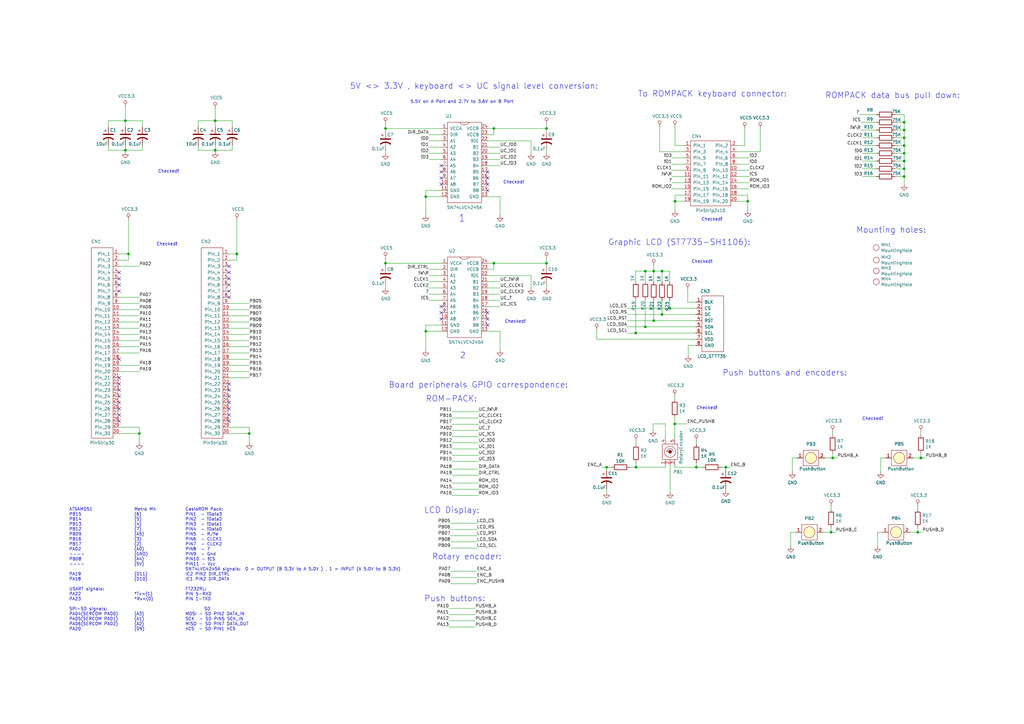
<source format=kicad_sch>
(kicad_sch (version 20211123) (generator eeschema)
  (paper "A3")
  (title_block (title "drive Pack main unit hat board") (date "11 - 2023") (rev "0.1") (company "tolaemon - Jordi Bartolome") (comment 1 "tolaemon.com/dpack/"))
  (junction (at 341.503 187.833))
  (junction (at 370.84 66.04))
  (junction (at 224.155 52.705))
  (junction (at 97.155 104.14))
  (junction (at 260.7564 136.6012))
  (junction (at 274.7264 126.4412))
  (junction (at 51.435 49.53))
  (junction (at 297.688 191.643))
  (junction (at 340.868 218.313))
  (junction (at 57.15 177.8))
  (junction (at 202.565 52.705))
  (junction (at 260.858 191.643))
  (junction (at 370.84 56.515))
  (junction (at 377.698 187.833))
  (junction (at 306.705 82.55))
  (junction (at 376.428 218.313))
  (junction (at 88.265 61.595))
  (junction (at 174.625 135.89))
  (junction (at 202.565 107.95))
  (junction (at 370.84 62.865))
  (junction (at 51.435 61.595))
  (junction (at 276.733 173.863))
  (junction (at 268.1224 131.5212))
  (junction (at 102.235 177.8))
  (junction (at 276.86 82.55))
  (junction (at 158.115 52.705))
  (junction (at 268.1224 111.2012))
  (junction (at 370.84 72.39))
  (junction (at 52.705 104.14))
  (junction (at 248.793 191.643))
  (junction (at 370.84 59.69))
  (junction (at 174.625 80.645))
  (junction (at 370.84 53.34))
  (junction (at 158.115 107.95))
  (junction (at 271.526 128.9812))
  (junction (at 370.84 50.165))
  (junction (at 285.623 191.643))
  (junction (at 264.668 111.2012))
  (junction (at 224.155 107.95))
  (junction (at 264.668 134.0612))
  (junction (at 370.84 69.215))
  (junction (at 271.526 111.2012))
  (junction (at 88.265 49.53))
  (no_connect (at 48.895 172.72))
  (no_connect (at 48.895 154.94))
  (no_connect (at 48.895 157.48))
  (no_connect (at 180.975 125.73))
  (no_connect (at 200.025 133.35))
  (no_connect (at 93.98 116.84))
  (no_connect (at 48.895 119.38))
  (no_connect (at 93.98 119.38))
  (no_connect (at 93.98 109.22))
  (no_connect (at 180.975 128.27))
  (no_connect (at 93.98 170.18))
  (no_connect (at 48.895 162.56))
  (no_connect (at 200.025 130.81))
  (no_connect (at 93.98 114.3))
  (no_connect (at 200.025 128.27))
  (no_connect (at 200.025 70.485))
  (no_connect (at 93.98 121.92))
  (no_connect (at 48.895 114.3))
  (no_connect (at 93.98 160.02))
  (no_connect (at 48.895 170.18))
  (no_connect (at 93.98 165.1))
  (no_connect (at 180.975 67.945))
  (no_connect (at 180.975 130.81))
  (no_connect (at 48.895 116.84))
  (no_connect (at 93.98 167.64))
  (no_connect (at 48.895 147.32))
  (no_connect (at 180.975 70.485))
  (no_connect (at 200.025 75.565))
  (no_connect (at 180.975 73.025))
  (no_connect (at 93.98 172.72))
  (no_connect (at 48.895 160.02))
  (no_connect (at 48.895 167.64))
  (no_connect (at 180.975 75.565))
  (no_connect (at 48.895 165.1))
  (no_connect (at 93.98 157.48))
  (no_connect (at 200.025 73.025))
  (no_connect (at 93.98 162.56))
  (no_connect (at 93.98 111.76))
  (no_connect (at 48.895 111.76))
  (no_connect (at 200.025 78.105))
  (wire (pts (xy 340.868 218.313) (xy 342.773 218.313)))
  (wire (pts (xy 185.42 189.23) (xy 196.215 189.23)))
  (wire (pts (xy 272.923 179.578) (xy 272.923 173.863)))
  (wire (pts (xy 274.828 191.008) (xy 274.828 201.803)))
  (wire (pts (xy 377.698 185.928) (xy 377.698 187.833)))
  (wire (pts (xy 359.41 72.39) (xy 353.695 72.39)))
  (wire (pts (xy 340.868 207.518) (xy 340.868 208.788)))
  (wire (pts (xy 202.565 107.95) (xy 224.155 107.95)))
  (wire (pts (xy 274.7264 123.2408) (xy 274.7264 126.4412)))
  (wire (pts (xy 340.868 216.408) (xy 340.868 218.313)))
  (wire (pts (xy 367.03 53.34) (xy 370.84 53.34)))
  (wire (pts (xy 285.623 191.643) (xy 276.733 191.643)))
  (wire (pts (xy 200.025 67.945) (xy 205.105 67.945)))
  (wire (pts (xy 57.15 139.7) (xy 48.895 139.7)))
  (wire (pts (xy 280.67 80.01) (xy 276.86 80.01)))
  (wire (pts (xy 370.84 56.515) (xy 370.84 53.34)))
  (wire (pts (xy 184.785 214.63) (xy 195.58 214.63)))
  (wire (pts (xy 340.868 218.313) (xy 337.693 218.313)))
  (wire (pts (xy 268.1224 123.1392) (xy 268.1224 131.5212)))
  (wire (pts (xy 180.975 135.89) (xy 174.625 135.89)))
  (wire (pts (xy 224.155 50.8) (xy 224.155 52.705)))
  (wire (pts (xy 205.105 80.645) (xy 205.105 88.265)))
  (wire (pts (xy 200.025 120.65) (xy 205.105 120.65)))
  (wire (pts (xy 264.668 111.2012) (xy 260.7564 111.2012)))
  (wire (pts (xy 93.98 129.54) (xy 102.235 129.54)))
  (wire (pts (xy 307.34 69.85) (xy 302.26 69.85)))
  (wire (pts (xy 180.975 57.785) (xy 175.895 57.785)))
  (wire (pts (xy 217.805 57.785) (xy 217.805 62.865)))
  (wire (pts (xy 200.025 135.89) (xy 205.105 135.89)))
  (wire (pts (xy 185.42 186.69) (xy 196.215 186.69)))
  (wire (pts (xy 285.3436 123.9012) (xy 282.0416 123.9012)))
  (wire (pts (xy 359.41 62.865) (xy 353.695 62.865)))
  (wire (pts (xy 341.503 185.928) (xy 341.503 187.833)))
  (wire (pts (xy 88.265 61.595) (xy 81.28 61.595)))
  (wire (pts (xy 264.668 122.9868) (xy 264.668 134.0612)))
  (wire (pts (xy 202.565 110.49) (xy 202.565 107.95)))
  (wire (pts (xy 376.428 207.518) (xy 376.428 208.788)))
  (wire (pts (xy 180.975 120.65) (xy 175.895 120.65)))
  (wire (pts (xy 184.15 257.175) (xy 194.945 257.175)))
  (wire (pts (xy 57.15 127) (xy 48.895 127)))
  (wire (pts (xy 282.2448 141.6812) (xy 282.2448 145.8468)))
  (wire (pts (xy 180.975 110.49) (xy 175.895 110.49)))
  (wire (pts (xy 97.155 104.14) (xy 97.155 106.68)))
  (wire (pts (xy 295.783 191.643) (xy 297.688 191.643)))
  (wire (pts (xy 275.59 72.39) (xy 280.67 72.39)))
  (wire (pts (xy 271.526 111.2012) (xy 271.526 115.6208)))
  (wire (pts (xy 200.025 123.19) (xy 205.105 123.19)))
  (wire (pts (xy 180.975 65.405) (xy 175.895 65.405)))
  (wire (pts (xy 264.668 111.2012) (xy 264.668 115.3668)))
  (wire (pts (xy 324.993 187.833) (xy 324.993 193.548)))
  (wire (pts (xy 274.7264 126.4412) (xy 285.3436 126.4412)))
  (wire (pts (xy 275.59 64.77) (xy 280.67 64.77)))
  (wire (pts (xy 370.84 66.04) (xy 370.84 62.865)))
  (wire (pts (xy 224.155 61.595) (xy 224.155 62.865)))
  (wire (pts (xy 257.1496 126.4412) (xy 274.7264 126.4412)))
  (wire (pts (xy 48.895 124.46) (xy 57.15 124.46)))
  (wire (pts (xy 367.03 62.865) (xy 370.84 62.865)))
  (wire (pts (xy 276.733 191.643) (xy 276.733 191.008)))
  (wire (pts (xy 97.155 90.17) (xy 97.155 104.14)))
  (wire (pts (xy 224.155 107.95) (xy 224.155 109.22)))
  (wire (pts (xy 264.668 134.0612) (xy 285.3436 134.0612)))
  (wire (pts (xy 305.435 59.69) (xy 302.26 59.69)))
  (wire (pts (xy 297.688 191.643) (xy 299.593 191.643)))
  (wire (pts (xy 260.7564 122.9868) (xy 260.7564 136.6012)))
  (wire (pts (xy 367.03 69.215) (xy 370.84 69.215)))
  (wire (pts (xy 185.42 198.12) (xy 196.215 198.12)))
  (wire (pts (xy 180.975 115.57) (xy 175.895 115.57)))
  (wire (pts (xy 370.84 75.565) (xy 370.84 72.39)))
  (wire (pts (xy 376.428 218.313) (xy 373.253 218.313)))
  (wire (pts (xy 158.115 50.8) (xy 158.115 52.705)))
  (wire (pts (xy 268.1224 111.2012) (xy 268.1224 108.9152)))
  (wire (pts (xy 285.623 180.848) (xy 285.623 182.118)))
  (wire (pts (xy 180.975 62.865) (xy 175.895 62.865)))
  (wire (pts (xy 102.235 127) (xy 93.98 127)))
  (wire (pts (xy 205.105 135.89) (xy 205.105 143.51)))
  (wire (pts (xy 57.15 177.8) (xy 57.15 175.26)))
  (wire (pts (xy 185.42 192.405) (xy 196.215 192.405)))
  (wire (pts (xy 158.115 116.84) (xy 158.115 118.11)))
  (wire (pts (xy 276.733 179.578) (xy 276.733 173.863)))
  (wire (pts (xy 58.42 52.07) (xy 58.42 49.53)))
  (wire (pts (xy 276.733 171.323) (xy 276.733 173.863)))
  (wire (pts (xy 268.1224 131.5212) (xy 285.3436 131.5212)))
  (wire (pts (xy 180.975 80.645) (xy 174.625 80.645)))
  (wire (pts (xy 185.42 200.66) (xy 196.215 200.66)))
  (wire (pts (xy 200.025 110.49) (xy 202.565 110.49)))
  (wire (pts (xy 370.84 50.165) (xy 370.84 46.99)))
  (wire (pts (xy 363.093 187.833) (xy 361.188 187.833)))
  (wire (pts (xy 88.265 59.69) (xy 88.265 61.595)))
  (wire (pts (xy 257.2004 131.5212) (xy 268.1224 131.5212)))
  (wire (pts (xy 200.025 125.73) (xy 205.105 125.73)))
  (wire (pts (xy 376.428 218.313) (xy 378.333 218.313)))
  (wire (pts (xy 93.98 106.68) (xy 97.155 106.68)))
  (wire (pts (xy 280.67 77.47) (xy 275.59 77.47)))
  (wire (pts (xy 95.25 61.595) (xy 88.265 61.595)))
  (wire (pts (xy 51.435 61.595) (xy 44.45 61.595)))
  (wire (pts (xy 359.41 56.515) (xy 353.695 56.515)))
  (wire (pts (xy 44.45 52.07) (xy 44.45 49.53)))
  (wire (pts (xy 81.28 49.53) (xy 88.265 49.53)))
  (wire (pts (xy 359.918 218.313) (xy 359.918 224.028)))
  (wire (pts (xy 58.42 61.595) (xy 51.435 61.595)))
  (wire (pts (xy 260.7564 136.6012) (xy 285.3436 136.6012)))
  (wire (pts (xy 158.115 61.595) (xy 158.115 62.865)))
  (wire (pts (xy 260.858 191.643) (xy 258.318 191.643)))
  (wire (pts (xy 93.98 124.46) (xy 102.235 124.46)))
  (wire (pts (xy 260.858 189.738) (xy 260.858 191.643)))
  (wire (pts (xy 224.155 116.84) (xy 224.155 118.11)))
  (wire (pts (xy 158.115 52.705) (xy 158.115 53.975)))
  (wire (pts (xy 361.823 218.313) (xy 359.918 218.313)))
  (wire (pts (xy 326.898 187.833) (xy 324.993 187.833)))
  (wire (pts (xy 276.86 82.55) (xy 276.86 86.36)))
  (wire (pts (xy 224.155 52.705) (xy 224.155 53.975)))
  (wire (pts (xy 102.235 177.8) (xy 102.235 181.61)))
  (wire (pts (xy 174.625 78.105) (xy 174.625 80.645)))
  (wire (pts (xy 57.15 121.92) (xy 48.895 121.92)))
  (wire (pts (xy 367.03 59.69) (xy 370.84 59.69)))
  (wire (pts (xy 272.923 191.008) (xy 272.923 191.643)))
  (wire (pts (xy 174.625 135.89) (xy 174.625 143.51)))
  (wire (pts (xy 180.975 113.03) (xy 175.895 113.03)))
  (wire (pts (xy 200.025 107.95) (xy 202.565 107.95)))
  (wire (pts (xy 200.025 113.03) (xy 217.805 113.03)))
  (wire (pts (xy 260.858 180.848) (xy 260.858 182.118)))
  (wire (pts (xy 341.503 187.833) (xy 343.408 187.833)))
  (wire (pts (xy 285.3436 141.6812) (xy 282.2448 141.6812)))
  (wire (pts (xy 275.59 69.85) (xy 280.67 69.85)))
  (wire (pts (xy 81.28 52.07) (xy 81.28 49.53)))
  (wire (pts (xy 185.42 203.2) (xy 196.215 203.2)))
  (wire (pts (xy 257.2004 134.0612) (xy 264.668 134.0612)))
  (wire (pts (xy 48.895 109.22) (xy 57.15 109.22)))
  (wire (pts (xy 158.115 107.95) (xy 158.115 109.22)))
  (wire (pts (xy 174.625 80.645) (xy 174.625 88.265)))
  (wire (pts (xy 102.235 139.7) (xy 93.98 139.7)))
  (wire (pts (xy 57.15 175.26) (xy 48.895 175.26)))
  (wire (pts (xy 338.328 187.833) (xy 341.503 187.833)))
  (wire (pts (xy 184.785 224.79) (xy 195.58 224.79)))
  (wire (pts (xy 248.793 201.803) (xy 248.793 200.533)))
  (wire (pts (xy 297.688 200.533) (xy 297.688 201.168)))
  (wire (pts (xy 370.84 59.69) (xy 370.84 56.515)))
  (wire (pts (xy 202.565 52.705) (xy 224.155 52.705)))
  (wire (pts (xy 184.785 219.71) (xy 195.58 219.71)))
  (wire (pts (xy 200.025 80.645) (xy 205.105 80.645)))
  (wire (pts (xy 180.975 52.705) (xy 158.115 52.705)))
  (wire (pts (xy 200.025 57.785) (xy 217.805 57.785)))
  (wire (pts (xy 370.84 46.99) (xy 367.03 46.99)))
  (wire (pts (xy 311.785 62.23) (xy 311.785 52.705)))
  (wire (pts (xy 367.03 66.04) (xy 370.84 66.04)))
  (wire (pts (xy 288.163 191.643) (xy 285.623 191.643)))
  (wire (pts (xy 57.15 142.24) (xy 48.895 142.24)))
  (wire (pts (xy 44.45 61.595) (xy 44.45 59.69)))
  (wire (pts (xy 95.25 52.07) (xy 95.25 49.53)))
  (wire (pts (xy 280.67 82.55) (xy 276.86 82.55)))
  (wire (pts (xy 377.698 187.833) (xy 374.523 187.833)))
  (wire (pts (xy 361.188 187.833) (xy 361.188 193.548)))
  (wire (pts (xy 57.15 144.78) (xy 48.895 144.78)))
  (wire (pts (xy 48.895 104.14) (xy 52.705 104.14)))
  (wire (pts (xy 276.733 173.863) (xy 281.813 173.863)))
  (wire (pts (xy 257.2004 128.9812) (xy 271.526 128.9812)))
  (wire (pts (xy 93.98 154.94) (xy 102.235 154.94)))
  (wire (pts (xy 200.025 65.405) (xy 205.105 65.405)))
  (wire (pts (xy 302.26 62.23) (xy 311.785 62.23)))
  (wire (pts (xy 184.785 239.395) (xy 195.58 239.395)))
  (wire (pts (xy 202.565 55.245) (xy 202.565 52.705)))
  (wire (pts (xy 52.705 90.17) (xy 52.705 104.14)))
  (wire (pts (xy 217.805 113.03) (xy 217.805 118.11)))
  (wire (pts (xy 184.15 249.555) (xy 194.945 249.555)))
  (wire (pts (xy 302.26 80.01) (xy 306.705 80.01)))
  (wire (pts (xy 224.155 106.045) (xy 224.155 107.95)))
  (wire (pts (xy 200.025 60.325) (xy 205.105 60.325)))
  (wire (pts (xy 370.84 69.215) (xy 370.84 66.04)))
  (wire (pts (xy 48.895 106.68) (xy 52.705 106.68)))
  (wire (pts (xy 185.42 184.15) (xy 196.215 184.15)))
  (wire (pts (xy 102.235 142.24) (xy 93.98 142.24)))
  (wire (pts (xy 302.26 77.47) (xy 307.34 77.47)))
  (wire (pts (xy 200.025 55.245) (xy 202.565 55.245)))
  (wire (pts (xy 93.98 152.4) (xy 102.235 152.4)))
  (wire (pts (xy 200.025 115.57) (xy 205.105 115.57)))
  (wire (pts (xy 370.84 72.39) (xy 370.84 69.215)))
  (wire (pts (xy 184.15 254.635) (xy 194.945 254.635)))
  (wire (pts (xy 359.41 69.215) (xy 353.695 69.215)))
  (wire (pts (xy 52.705 106.68) (xy 52.705 104.14)))
  (wire (pts (xy 184.15 252.095) (xy 194.945 252.095)))
  (wire (pts (xy 271.526 123.2408) (xy 271.526 128.9812)))
  (wire (pts (xy 376.428 216.408) (xy 376.428 218.313)))
  (wire (pts (xy 51.435 52.07) (xy 51.435 49.53)))
  (wire (pts (xy 185.42 194.945) (xy 196.215 194.945)))
  (wire (pts (xy 93.98 147.32) (xy 102.235 147.32)))
  (wire (pts (xy 272.923 173.863) (xy 267.843 173.863)))
  (wire (pts (xy 272.923 191.643) (xy 260.858 191.643)))
  (wire (pts (xy 180.975 107.95) (xy 158.115 107.95)))
  (wire (pts (xy 276.86 59.69) (xy 276.86 52.07)))
  (wire (pts (xy 58.42 61.595) (xy 58.42 59.69)))
  (wire (pts (xy 180.975 55.245) (xy 175.895 55.245)))
  (wire (pts (xy 297.688 191.643) (xy 297.688 192.913)))
  (wire (pts (xy 180.975 118.11) (xy 175.895 118.11)))
  (wire (pts (xy 250.698 191.643) (xy 248.793 191.643)))
  (wire (pts (xy 200.025 118.11) (xy 205.105 118.11)))
  (wire (pts (xy 57.15 181.61) (xy 57.15 177.8)))
  (wire (pts (xy 185.42 176.53) (xy 196.215 176.53)))
  (wire (pts (xy 180.975 78.105) (xy 174.625 78.105)))
  (wire (pts (xy 57.15 137.16) (xy 48.895 137.16)))
  (wire (pts (xy 93.98 104.14) (xy 97.155 104.14)))
  (wire (pts (xy 184.785 234.315) (xy 195.58 234.315)))
  (wire (pts (xy 326.263 218.313) (xy 324.358 218.313)))
  (wire (pts (xy 276.86 80.01) (xy 276.86 82.55)))
  (wire (pts (xy 88.265 52.07) (xy 88.265 49.53)))
  (wire (pts (xy 88.265 44.45) (xy 88.265 49.53)))
  (wire (pts (xy 285.623 189.738) (xy 285.623 191.643)))
  (wire (pts (xy 185.42 179.07) (xy 196.215 179.07)))
  (wire (pts (xy 271.526 128.9812) (xy 285.3436 128.9812)))
  (wire (pts (xy 102.235 149.86) (xy 93.98 149.86)))
  (wire (pts (xy 180.975 123.19) (xy 175.895 123.19)))
  (wire (pts (xy 377.698 177.038) (xy 377.698 178.308)))
  (wire (pts (xy 48.895 129.54) (xy 57.15 129.54)))
  (wire (pts (xy 275.59 67.31) (xy 280.67 67.31)))
  (wire (pts (xy 48.895 132.08) (xy 57.15 132.08)))
  (wire (pts (xy 185.42 168.91) (xy 196.215 168.91)))
  (wire (pts (xy 102.235 137.16) (xy 93.98 137.16)))
  (wire (pts (xy 341.503 177.038) (xy 341.503 178.308)))
  (wire (pts (xy 270.51 62.23) (xy 280.67 62.23)))
  (wire (pts (xy 282.0416 123.9012) (xy 282.0416 118.8212)))
  (wire (pts (xy 275.59 74.93) (xy 280.67 74.93)))
  (wire (pts (xy 51.435 43.815) (xy 51.435 49.53)))
  (wire (pts (xy 274.7264 115.6208) (xy 274.7264 111.2012)))
  (wire (pts (xy 264.668 111.2012) (xy 268.1224 111.2012)))
  (wire (pts (xy 95.25 61.595) (xy 95.25 59.69)))
  (wire (pts (xy 244.7544 135.382) (xy 244.7544 139.1412)))
  (wire (pts (xy 274.7264 111.2012) (xy 271.526 111.2012)))
  (wire (pts (xy 180.975 60.325) (xy 175.895 60.325)))
  (wire (pts (xy 270.51 52.07) (xy 270.51 62.23)))
  (wire (pts (xy 359.41 46.99) (xy 352.425 46.99)))
  (wire (pts (xy 180.975 133.35) (xy 174.625 133.35)))
  (wire (pts (xy 184.785 236.855) (xy 195.58 236.855)))
  (wire (pts (xy 200.025 52.705) (xy 202.565 52.705)))
  (wire (pts (xy 359.41 66.04) (xy 353.695 66.04)))
  (wire (pts (xy 57.15 149.86) (xy 48.895 149.86)))
  (wire (pts (xy 359.41 50.165) (xy 353.06 50.165)))
  (wire (pts (xy 370.84 62.865) (xy 370.84 59.69)))
  (wire (pts (xy 200.025 62.865) (xy 205.105 62.865)))
  (wire (pts (xy 267.843 173.863) (xy 267.843 176.403)))
  (wire (pts (xy 257.302 136.6012) (xy 260.7564 136.6012)))
  (wire (pts (xy 260.7564 111.2012) (xy 260.7564 115.3668)))
  (wire (pts (xy 307.34 64.77) (xy 302.26 64.77)))
  (wire (pts (xy 48.895 152.4) (xy 57.15 152.4)))
  (wire (pts (xy 248.793 191.643) (xy 246.888 191.643)))
  (wire (pts (xy 307.34 72.39) (xy 302.26 72.39)))
  (wire (pts (xy 359.41 53.34) (xy 353.06 53.34)))
  (wire (pts (xy 184.785 217.17) (xy 195.58 217.17)))
  (wire (pts (xy 307.34 74.93) (xy 302.26 74.93)))
  (wire (pts (xy 306.705 82.55) (xy 306.705 86.36)))
  (wire (pts (xy 185.42 181.61) (xy 196.215 181.61)))
  (wire (pts (xy 44.45 49.53) (xy 51.435 49.53)))
  (wire (pts (xy 367.03 50.165) (xy 370.84 50.165)))
  (wire (pts (xy 302.26 82.55) (xy 306.705 82.55)))
  (wire (pts (xy 174.625 133.35) (xy 174.625 135.89)))
  (wire (pts (xy 185.42 171.45) (xy 196.215 171.45)))
  (wire (pts (xy 48.895 177.8) (xy 57.15 177.8)))
  (wire (pts (xy 367.03 56.515) (xy 370.84 56.515)))
  (wire (pts (xy 184.785 222.25) (xy 195.58 222.25)))
  (wire (pts (xy 88.265 49.53) (xy 95.25 49.53)))
  (wire (pts (xy 51.435 49.53) (xy 58.42 49.53)))
  (wire (pts (xy 305.435 52.705) (xy 305.435 59.69)))
  (wire (pts (xy 285.3436 139.1412) (xy 244.7544 139.1412)))
  (wire (pts (xy 268.1224 111.2012) (xy 268.1224 115.5192)))
  (wire (pts (xy 306.705 80.01) (xy 306.705 82.55)))
  (wire (pts (xy 57.15 134.62) (xy 48.895 134.62)))
  (wire (pts (xy 102.235 175.26) (xy 102.235 177.8)))
  (wire (pts (xy 102.235 134.62) (xy 93.98 134.62)))
  (wire (pts (xy 370.84 53.34) (xy 370.84 50.165)))
  (wire (pts (xy 324.358 218.313) (xy 324.358 224.028)))
  (wire (pts (xy 377.698 187.833) (xy 379.603 187.833)))
  (wire (pts (xy 81.28 61.595) (xy 81.28 59.69)))
  (wire (pts (xy 276.733 162.433) (xy 276.733 163.703)))
  (wire (pts (xy 367.03 72.39) (xy 370.84 72.39)))
  (wire (pts (xy 280.67 59.69) (xy 276.86 59.69)))
  (wire (pts (xy 359.41 59.69) (xy 353.695 59.69)))
  (wire (pts (xy 185.42 173.99) (xy 196.215 173.99)))
  (wire (pts (xy 248.793 191.643) (xy 248.793 192.913)))
  (wire (pts (xy 158.115 106.045) (xy 158.115 107.95)))
  (wire (pts (xy 88.265 62.23) (xy 88.265 61.595)))
  (wire (pts (xy 93.98 177.8) (xy 102.235 177.8)))
  (wire (pts (xy 268.1224 111.2012) (xy 271.526 111.2012)))
  (wire (pts (xy 102.235 175.26) (xy 93.98 175.26)))
  (wire (pts (xy 102.235 144.78) (xy 93.98 144.78)))
  (wire (pts (xy 51.435 59.69) (xy 51.435 61.595)))
  (wire (pts (xy 93.98 132.08) (xy 102.235 132.08)))
  (wire (pts (xy 307.34 67.31) (xy 302.26 67.31)))
  (wire (pts (xy 51.435 62.23) (xy 51.435 61.595)))
  (text "LCD Display:\n" (at 173.99 210.82 0) (effects (font (size 2.3876 2.3876)) (justify left bottom)))
  (text "1" (at 187.96 91.44 0) (effects (font (size 2.9972 2.9972)) (justify left bottom)))
  (text "Checked!\n" (at 206.375 75.565 0) (effects (font (size 1.27 1.27)) (justify left bottom)))
  (text "Metro M4\n(6)    \n(5)    \n(4)    \n(7)    \n(A5)   \n(3)    \n(2)    \n(A0)   \n(GND)  \n(A4)   \n(5V)   \n\n(D11)   \n(D10)   \n\n\n*Tx>(1)\n*Rx<(0)\n\n\n(A3)\n(A1)\n(A2)\n(D9)" (at 54.991 258.826 0) (effects (font (size 1.27 1.27)) (justify left bottom)))
  (text "Checked!\n" (at 64.135 100.965 0) (effects (font (size 1.27 1.27)) (justify left bottom)))
  (text "ROM-PACK:\n" (at 174.625 165.1 0) (effects (font (size 2.3876 2.3876)) (justify left bottom)))
  (text "Rotary encoder:\n\n" (at 177.165 233.68 0) (effects (font (size 2.3876 2.3876)) (justify left bottom)))
  (text "Push buttons and encoders:\n" (at 296.291 154.432 0) (effects (font (size 2.3876 2.3876)) (justify left bottom)))
  (text "Board peripherals GPIO correspondence:\n" (at 159.385 159.385 0) (effects (font (size 2.3876 2.3876)) (justify left bottom)))
  (text "Mounting holes:" (at 351.155 95.885 0) (effects (font (size 2.3876 2.3876)) (justify left bottom)))
  (text "Checked!\n" (at 353.568 172.593 0) (effects (font (size 1.27 1.27)) (justify left bottom)))
  (text "CasioROM Pack:\nPIN1  - !Data3    \nPIN2  - !Data2\nPIN3  - !Data1\nPIN4  - !Data0\nPIN5  - R/!W\nPIN6  - CLCK1\nPIN7  - CLCK2\nPIN8  - ?\nPIN9  - Gnd\nPIN10 - !CS\nPIN11 - Vcc\nSN74LVC4245A signals:  0 = OUTPUT (B 3.3V to A 5.0V ) , 1 = INPUT (A 5.0V to B 3.3V)\nIC2 PIN2 DIR_CTRL\nIC1 PIN2 DIR_DATA\n\nFT232RL:\nPIN 5-RXD\nPIN 1-TXD\n\n        SD\nMOSI - SD PIN2 DATA_IN\nSCK  - SD PIN5 SCK_IN\nMISO - SD PIN7 DATA_OUT\nnCS  - SD PIN1 nCS\n" (at 75.946 258.826 0) (effects (font (size 1.27 1.27)) (justify left bottom)))
  (text "Checked!\n" (at 207.01 132.715 0) (effects (font (size 1.27 1.27)) (justify left bottom)))
  (text "2" (at 188.595 147.32 0) (effects (font (size 2.3876 2.3876)) (justify left bottom)))
  (text "Checked!\n" (at 285.623 168.148 0) (effects (font (size 1.27 1.27)) (justify left bottom)))
  (text "Graphic LCD (ST7735-SH1106):\n\n" (at 249.428 104.7496 0) (effects (font (size 2.3876 2.3876)) (justify left bottom)))
  (text "ROMPACK data bus pull down:\n" (at 338.455 40.64 0) (effects (font (size 2.3876 2.3876)) (justify left bottom)))
  (text "To ROMPACK keyboard connector:\n" (at 261.62 40.005 0) (effects (font (size 2.3876 2.3876)) (justify left bottom)))
  (text "5V <> 3.3V , keyboard <> UC signal level conversion:\n" (at 143.51 36.83 0) (effects (font (size 2.3876 2.3876)) (justify left bottom)))
  (text "ATSAMD51\nPB15    \nPB14    \nPB13    \nPB12    \nPB09    \nPB16    \nPB17    \nPA02    \n----    \nPB08    \n----    \n\nPA19\nPA18\n\nUSART signals:\nPA22\nPA23\n\nSPI-SD signals:\nPA04(SERCOM PAD0)\nPA05(SERCOM PAD1)\nPA06(SERCOM PAD2)\nPA20" (at 28.321 258.826 0) (effects (font (size 1.27 1.27)) (justify left bottom)))
  (text "Checked!\n" (at 287.655 90.805 0) (effects (font (size 1.27 1.27)) (justify left bottom)))
  (text "Checked!\n" (at 283.6164 108.1532 0) (effects (font (size 1.27 1.27)) (justify left bottom)))
  (text "Push buttons:\n" (at 173.99 247.015 0) (effects (font (size 2.3876 2.3876)) (justify left bottom)))
  (text "5.5V on A Port and 2.7V to 3.6V on B Port" (at 168.275 42.545 0) (effects (font (size 1.27 1.27)) (justify left bottom)))
  (text "Checked!\n" (at 64.77 71.12 0) (effects (font (size 1.27 1.27)) (justify left bottom)))
  (label "PA11" (at 184.15 252.095 180))
  (label "LCD_SDA" (at 257.2004 134.0612 180))
  (label "CLCK1" (at 175.895 115.57 180))
  (label "PA15" (at 185.42 200.66 180))
  (label "CLCK2" (at 175.895 118.11 180))
  (label "!W\\R" (at 353.06 53.34 180))
  (label "CLCK1" (at 353.695 59.69 180))
  (label "PUSHB_B" (at 379.603 187.833 0))
  (label "UC_!W\\R" (at 196.215 168.91 0))
  (label "ENC_A" (at 246.888 191.643 180))
  (label "DIR_CTRL" (at 196.215 194.945 0))
  (label "PB09" (at 102.235 134.62 0))
  (label "PUSHB_D" (at 378.333 218.313 0))
  (label "PB17" (at 102.235 154.94 0))
  (label "!D2" (at 307.34 64.77 0))
  (label "PB16" (at 185.42 171.45 180))
  (label "PA16" (at 185.42 203.2 180))
  (label "!D0" (at 307.34 67.31 0))
  (label "DIR_DATA" (at 175.895 55.245 180))
  (label "ROM_IO1" (at 196.215 198.12 0))
  (label "PA18" (at 57.15 149.86 0))
  (label "PUSHB_B" (at 194.945 252.095 0))
  (label "DIR_DATA" (at 196.215 192.405 0))
  (label "PB08" (at 184.785 222.25 180))
  (label "UC_CLCK1" (at 205.105 118.11 0))
  (label "PB14" (at 102.235 147.32 0))
  (label "PA14" (at 57.15 139.7 0))
  (label "ROM_IO2" (at 275.59 77.47 180))
  (label "PB10" (at 102.235 137.16 0))
  (label "!D0" (at 353.695 62.865 180))
  (label "PB16" (at 102.235 152.4 0))
  (label "LCD_RST" (at 195.58 219.71 0))
  (label "PB15" (at 102.235 149.86 0))
  (label "PB07" (at 184.785 219.71 180))
  (label "LCD_RS" (at 195.58 217.17 0))
  (label "CLCK1" (at 275.59 69.85 180))
  (label "!D1" (at 353.695 66.04 180))
  (label "!CS" (at 307.34 72.39 0))
  (label "PB11" (at 102.235 139.7 0))
  (label "PA18" (at 185.42 192.405 180))
  (label "PA19" (at 185.42 194.945 180))
  (label "!D0" (at 175.895 57.785 180))
  (label "ENC_A" (at 195.58 234.315 0))
  (label "!W\\R" (at 275.59 72.39 180))
  (label "PB05" (at 102.235 124.46 0))
  (label "UC_CLCK2" (at 205.105 120.65 0))
  (label "PB15" (at 185.42 189.23 180))
  (label "PUSHB_D" (at 194.945 257.175 0))
  (label "PA09" (at 57.15 127 0))
  (label "CLCK2" (at 353.695 56.515 180))
  (label "PA11" (at 57.15 132.08 0))
  (label "ENC_PUSHB" (at 281.813 173.863 0))
  (label "PA02" (at 185.42 176.53 180))
  (label "UC_!D2" (at 205.105 65.405 0))
  (label "!CS" (at 353.06 50.165 180))
  (label "PA07" (at 184.785 234.315 180))
  (label "UC_!D2" (at 196.215 186.69 0))
  (label "!CS" (at 175.895 123.19 180))
  (label "LCD_SCL" (at 195.58 224.79 0))
  (label "PA15" (at 57.15 142.24 0))
  (label "ROM_IO3" (at 307.34 77.47 0))
  (label "PB06" (at 102.235 127 0))
  (label "LCD_CS" (at 195.58 214.63 0))
  (label "PB12" (at 185.42 181.61 180))
  (label "UC_!D3" (at 205.105 67.945 0))
  (label "LCD_SDA" (at 195.58 222.25 0))
  (label "ENC_B" (at 195.58 236.855 0))
  (label "PA08" (at 184.785 236.855 180))
  (label "UC_!D3" (at 196.215 189.23 0))
  (label "!D3" (at 353.695 72.39 180))
  (label "!D2" (at 353.695 69.215 180))
  (label "PA14" (at 185.42 198.12 180))
  (label "ENC_B" (at 299.593 191.643 0))
  (label "PUSHB_A" (at 343.408 187.833 0))
  (label "UC_!D0" (at 205.105 60.325 0))
  (label "LCD_RS" (at 257.2004 128.9812 180))
  (label "UC_CLCK1" (at 196.215 171.45 0))
  (label "UC_CLCK2" (at 196.215 173.99 0))
  (label "PB10" (at 185.42 179.07 180))
  (label "PB13" (at 102.235 144.78 0))
  (label "?" (at 175.895 120.65 180))
  (label "UC_?" (at 205.105 123.19 0))
  (label "PB05" (at 184.785 214.63 180))
  (label "PB13" (at 185.42 184.15 180))
  (label "PUSHB_A" (at 194.945 249.555 0))
  (label "PB17" (at 185.42 173.99 180))
  (label "?" (at 352.425 46.99 180))
  (label "UC_!D0" (at 196.215 181.61 0))
  (label "PB06" (at 184.785 217.17 180))
  (label "ROM_IO2" (at 196.215 200.66 0))
  (label "ROM_IO3" (at 196.215 203.2 0))
  (label "PA12" (at 184.15 254.635 180))
  (label "PB12" (at 102.235 142.24 0))
  (label "CLCK2" (at 307.34 69.85 0))
  (label "UC_!D1" (at 196.215 184.15 0))
  (label "PA10" (at 57.15 129.54 0))
  (label "LCD_RST" (at 257.2004 131.5212 180))
  (label "PA10" (at 184.15 249.555 180))
  (label "!D3" (at 175.895 65.405 180))
  (label "?" (at 275.59 74.93 180))
  (label "!W\\R" (at 175.895 113.03 180))
  (label "PA02" (at 57.15 109.22 0))
  (label "PA09" (at 184.785 239.395 180))
  (label "ENC_PUSHB" (at 195.58 239.395 0))
  (label "LCD_SCL" (at 257.302 136.6012 180))
  (label "PB09" (at 184.785 224.79 180))
  (label "!D3" (at 275.59 64.77 180))
  (label "PUSHB_C" (at 194.945 254.635 0))
  (label "!D1" (at 275.59 67.31 180))
  (label "PB07" (at 102.235 129.54 0))
  (label "UC_?" (at 196.215 176.53 0))
  (label "PA12" (at 57.15 134.62 0))
  (label "PB14" (at 185.42 186.69 180))
  (label "!D1" (at 175.895 60.325 180))
  (label "PA07" (at 57.15 121.92 0))
  (label "PA13" (at 57.15 137.16 0))
  (label "PA16" (at 57.15 144.78 0))
  (label "PB08" (at 102.235 132.08 0))
  (label "UC_!CS" (at 196.215 179.07 0))
  (label "PA08" (at 57.15 124.46 0))
  (label "PUSHB_C" (at 342.773 218.313 0))
  (label "PA19" (at 57.15 152.4 0))
  (label "PB11" (at 185.42 168.91 180))
  (label "UC_!D1" (at 205.105 62.865 0))
  (label "PA13" (at 184.15 257.175 180))
  (label "LCD_CS" (at 257.1496 126.4412 180))
  (label "UC_!W\\R" (at 205.105 115.57 0))
  (label "DIR_CTRL" (at 175.895 110.49 180))
  (label "UC_!CS" (at 205.105 125.73 0))
  (label "!D2" (at 175.895 62.865 180))
  (label "ROM_IO1" (at 307.34 74.93 0))
  (symbol (lib_id "Tolaemon:VCC3.3") (at 52.705 90.17 0) (unit 1)
    (property "Reference" "#PWR03" (effects hide))
    (property "Value" "VCC3.3" (at 53.1368 85.7758 0))
  )
  (symbol (lib_id "Tolaemon:VCC5") (at 97.155 90.17 0) (unit 1)
    (property "Reference" "#PWR07" (effects hide))
    (property "Value" "VCC5" (at 97.5868 85.7758 0))
  )
  (symbol (lib_id "Tolaemon:VCC5") (at 88.265 44.45 0) (unit 1)
    (property "Reference" "#PWR05" (effects hide))
    (property "Value" "VCC5" (at 88.6968 40.0558 0))
  )
  (symbol (lib_id "Tolaemon:VCC3.3") (at 51.435 43.815 0) (unit 1)
    (property "Reference" "#PWR01" (effects hide))
    (property "Value" "VCC3.3" (at 51.8668 39.4208 0))
  )
  (symbol (lib_id "Tolaemon:CP") (at 51.435 55.88 0) (unit 1)
    (property "Reference" "C2" (at 52.07 53.34 0) (effects (justify left)))
    (property "Value" "0.1uF" (at 45.72 59.055 0) (effects (justify left)))
    (property "Footprint" "Tolaemon:SMD_C_0805_2012Metric" (effects hide))
  )
  (symbol (lib_id "Tolaemon:CP") (at 44.45 55.88 0) (unit 1)
    (property "Reference" "C1" (at 45.085 53.34 0) (effects (justify left)))
    (property "Value" "10uF" (at 39.37 59.055 0) (effects (justify left)))
    (property "Footprint" "Tolaemon:SMD_C_0.5x0.5cm" (effects hide))
  )
  (symbol (lib_id "Tolaemon:CP") (at 88.265 55.88 0) (unit 1)
    (property "Reference" "C5" (at 88.9 53.34 0) (effects (justify left)))
    (property "Value" "0.1uF" (at 82.55 59.055 0) (effects (justify left)))
    (property "Footprint" "Tolaemon:SMD_C_0805_2012Metric" (effects hide))
  )
  (symbol (lib_id "Tolaemon:CP") (at 81.28 55.88 0) (unit 1)
    (property "Reference" "C4" (at 81.915 53.34 0) (effects (justify left)))
    (property "Value" "10uF" (at 76.2 59.055 0) (effects (justify left)))
    (property "Footprint" "Tolaemon:SMD_C_0.5x0.5cm" (effects hide))
  )
  (symbol (lib_id "Tolaemon:CP") (at 95.25 55.88 0) (unit 1)
    (property "Reference" "C6" (at 95.885 53.34 0) (effects (justify left)))
    (property "Value" "0.1uF" (at 89.535 59.055 0) (effects (justify left)))
    (property "Footprint" "Tolaemon:SMD_C_0805_2012Metric" (effects hide))
  )
  (symbol (lib_id "Tolaemon:SN74LVC4245A") (at 192.405 65.405 0) (unit 1)
    (property "Reference" "U1" (at 184.15 47.625 0))
    (property "Value" "SN74LVC4245A" (at 190.5 85.09 0))
    (property "Footprint" "Tolaemon:SSOP-24_5.3x8.2mm_P0.65mm" (effects hide))
  )
  (symbol (lib_id "Tolaemon:SN74LVC4245A") (at 192.405 120.65 0) (unit 1)
    (property "Reference" "U2" (at 185.42 102.87 0))
    (property "Value" "SN74LVC4245A" (at 191.135 140.335 0))
    (property "Footprint" "Tolaemon:SSOP-24_5.3x8.2mm_P0.65mm" (effects hide))
  )
  (symbol (lib_id "Tolaemon:VCC5") (at 158.115 50.8 0) (unit 1)
    (property "Reference" "#PWR09" (effects hide))
    (property "Value" "VCC5" (at 158.5468 46.4058 0))
  )
  (symbol (lib_id "Tolaemon:VCC3.3") (at 224.155 50.8 0) (unit 1)
    (property "Reference" "#PWR019" (effects hide))
    (property "Value" "VCC3.3" (at 224.5868 46.4058 0))
  )
  (symbol (lib_id "Tolaemon:CP") (at 158.115 57.785 0) (unit 1)
    (property "Reference" "C7" (at 158.75 55.245 0) (effects (justify left)))
    (property "Value" "0.1uF" (at 152.4 60.96 0) (effects (justify left)))
    (property "Footprint" "Tolaemon:SMD_C_0805_2012Metric" (effects hide))
  )
  (symbol (lib_id "Tolaemon:PinStrip30") (at 42.545 120.65 0) (mirror y) (unit 1)
    (property "Reference" "CN1" (at 39.37 99.06 0))
    (property "Value" "PinStrip30" (at 41.91 181.61 0))
    (property "Footprint" "Tolaemon:PinHeader_1x30_P2.54mm_Vertical" (effects hide))
  )
  (symbol (lib_id "Tolaemon:PinStrip30") (at 87.63 120.65 0) (mirror y) (unit 1)
    (property "Reference" "CN2" (at 84.455 99.06 0))
    (property "Value" "PinStrip30" (at 88.265 181.61 0))
    (property "Footprint" "Tolaemon:PinHeader_1x30_P2.54mm_Vertical" (effects hide))
  )
  (symbol (lib_id "Tolaemon:CP") (at 224.155 57.785 0) (unit 1)
    (property "Reference" "C9" (at 224.79 55.245 0) (effects (justify left)))
    (property "Value" "0.1uF" (at 218.44 60.96 0) (effects (justify left)))
    (property "Footprint" "Tolaemon:SMD_C_0805_2012Metric" (effects hide))
  )
  (symbol (lib_id "Tolaemon:R") (at 363.22 50.165 90) (unit 1)
    (property "Reference" "R9" (at 358.14 48.895 90) (effects (justify left)))
    (property "Value" "75K" (at 369.697 49.149 90) (effects (justify left)))
    (property "Footprint" "Tolaemon:SMD_R_0805_2012Metric" (effects hide))
  )
  (symbol (lib_id "Tolaemon:VCC3.3") (at 224.155 106.045 0) (unit 1)
    (property "Reference" "#PWR021" (effects hide))
    (property "Value" "VCC3.3" (at 224.5868 101.6508 0))
  )
  (symbol (lib_id "Tolaemon:CP") (at 224.155 113.03 0) (unit 1)
    (property "Reference" "C10" (at 224.79 110.49 0) (effects (justify left)))
    (property "Value" "0.1uF" (at 218.44 116.205 0) (effects (justify left)))
    (property "Footprint" "Tolaemon:SMD_C_0805_2012Metric" (effects hide))
  )
  (symbol (lib_id "Tolaemon:GND") (at 306.705 86.36 0) (unit 1)
    (property "Reference" "#PWR0102" (effects hide))
    (property "Value" "GND" (at 306.705 90.7542 0))
  )
  (symbol (lib_id "Tolaemon:R") (at 363.22 53.34 90) (unit 1)
    (property "Reference" "R10" (at 358.14 52.07 90) (effects (justify left)))
    (property "Value" "75K" (at 369.697 52.324 90) (effects (justify left)))
    (property "Footprint" "Tolaemon:SMD_R_0805_2012Metric" (effects hide))
  )
  (symbol (lib_id "Tolaemon:GND") (at 276.86 86.36 0) (unit 1)
    (property "Reference" "#PWR0103" (effects hide))
    (property "Value" "GND" (at 276.86 90.7542 0))
  )
  (symbol (lib_id "Tolaemon:VCC5") (at 158.115 106.045 0) (unit 1)
    (property "Reference" "#PWR011" (effects hide))
    (property "Value" "VCC5" (at 158.5468 101.6508 0))
  )
  (symbol (lib_id "Tolaemon:CP") (at 158.115 113.03 0) (unit 1)
    (property "Reference" "C8" (at 158.75 110.49 0) (effects (justify left)))
    (property "Value" "0.1uF" (at 152.4 116.205 0) (effects (justify left)))
    (property "Footprint" "Tolaemon:SMD_C_0805_2012Metric" (effects hide))
  )
  (symbol (lib_id "Tolaemon:R") (at 363.22 56.515 90) (unit 1)
    (property "Reference" "R11" (at 358.14 55.245 90) (effects (justify left)))
    (property "Value" "75K" (at 369.697 55.245 90) (effects (justify left)))
    (property "Footprint" "Tolaemon:SMD_R_0805_2012Metric" (effects hide))
  )
  (symbol (lib_id "Tolaemon:R") (at 363.22 59.69 90) (unit 1)
    (property "Reference" "R12" (at 358.14 58.42 90) (effects (justify left)))
    (property "Value" "75K" (at 369.697 58.293 90) (effects (justify left)))
    (property "Footprint" "Tolaemon:SMD_R_0805_2012Metric" (effects hide))
  )
  (symbol (lib_id "Tolaemon:GND") (at 282.2448 145.8468 0) (unit 1)
    (property "Reference" "#PWR0104" (effects hide))
    (property "Value" "GND" (at 282.2448 150.241 0))
  )
  (symbol (lib_id "Tolaemon:R") (at 363.22 62.865 90) (unit 1)
    (property "Reference" "R13" (at 358.14 61.595 90) (effects (justify left)))
    (property "Value" "75K" (at 369.824 61.595 90) (effects (justify left)))
    (property "Footprint" "Tolaemon:SMD_R_0805_2012Metric" (effects hide))
  )
  (symbol (lib_id "Tolaemon:R") (at 363.22 66.04 90) (unit 1)
    (property "Reference" "R14" (at 358.14 64.77 90) (effects (justify left)))
    (property "Value" "75K" (at 369.951 64.77 90) (effects (justify left)))
    (property "Footprint" "Tolaemon:SMD_R_0805_2012Metric" (effects hide))
  )
  (symbol (lib_id "Tolaemon:R") (at 363.22 69.215 90) (unit 1)
    (property "Reference" "R15" (at 358.14 67.945 90) (effects (justify left)))
    (property "Value" "75K" (at 369.824 67.945 90) (effects (justify left)))
    (property "Footprint" "Tolaemon:SMD_R_0805_2012Metric" (effects hide))
  )
  (symbol (lib_id "Tolaemon:R") (at 363.22 72.39 90) (unit 1)
    (property "Reference" "R16" (at 358.14 71.12 90) (effects (justify left)))
    (property "Value" "75K" (at 369.697 71.12 90) (effects (justify left)))
    (property "Footprint" "Tolaemon:SMD_R_0805_2012Metric" (effects hide))
  )
  (symbol (lib_id "Tolaemon:GND") (at 205.105 143.51 0) (unit 1)
    (property "Reference" "#PWR0105" (effects hide))
    (property "Value" "GND" (at 205.105 147.9042 0))
  )
  (symbol (lib_id "Tolaemon:GND") (at 174.625 143.51 0) (unit 1)
    (property "Reference" "#PWR0106" (effects hide))
    (property "Value" "GND" (at 174.625 147.9042 0))
  )
  (symbol (lib_id "Tolaemon:GND") (at 174.625 88.265 0) (unit 1)
    (property "Reference" "#PWR0107" (effects hide))
    (property "Value" "GND" (at 174.625 92.6592 0))
  )
  (symbol (lib_id "Tolaemon:GND") (at 205.105 88.265 0) (unit 1)
    (property "Reference" "#PWR0108" (effects hide))
    (property "Value" "GND" (at 205.105 92.6592 0))
  )
  (symbol (lib_id "Tolaemon:GND") (at 217.805 62.865 0) (unit 1)
    (property "Reference" "#PWR0109" (effects hide))
    (property "Value" "GND" (at 217.805 67.2592 0))
  )
  (symbol (lib_id "Tolaemon:GND") (at 224.155 62.865 0) (unit 1)
    (property "Reference" "#PWR0110" (effects hide))
    (property "Value" "GND" (at 224.155 67.2592 0))
  )
  (symbol (lib_id "Tolaemon:GND") (at 158.115 62.865 0) (unit 1)
    (property "Reference" "#PWR0111" (effects hide))
    (property "Value" "GND" (at 158.115 67.2592 0))
  )
  (symbol (lib_id "Tolaemon:CP") (at 58.42 55.88 0) (unit 1)
    (property "Reference" "C3" (at 59.055 53.34 0) (effects (justify left)))
    (property "Value" "0.1uF" (at 52.705 59.055 0) (effects (justify left)))
    (property "Footprint" "Tolaemon:SMD_C_0805_2012Metric" (effects hide))
  )
  (symbol (lib_id "Tolaemon:GND") (at 88.265 62.23 0) (unit 1)
    (property "Reference" "#PWR0112" (effects hide))
    (property "Value" "GND" (at 88.265 66.6242 0))
  )
  (symbol (lib_id "Tolaemon:GND") (at 51.435 62.23 0) (unit 1)
    (property "Reference" "#PWR0113" (effects hide))
    (property "Value" "GND" (at 51.435 66.6242 0))
  )
  (symbol (lib_id "Tolaemon:R") (at 363.22 46.99 90) (unit 1)
    (property "Reference" "R8" (at 358.14 45.085 90) (effects (justify left)))
    (property "Value" "75K" (at 369.57 45.72 90) (effects (justify left)))
    (property "Footprint" "Tolaemon:SMD_R_0805_2012Metric" (effects hide))
  )
  (symbol (lib_id "Tolaemon:GND") (at 57.15 181.61 0) (unit 1)
    (property "Reference" "#PWR0114" (effects hide))
    (property "Value" "GND" (at 57.15 186.0042 0))
  )
  (symbol (lib_id "Tolaemon:GND") (at 102.235 181.61 0) (unit 1)
    (property "Reference" "#PWR0115" (effects hide))
    (property "Value" "GND" (at 102.235 186.0042 0))
  )
  (symbol (lib_id "Tolaemon:GND") (at 248.793 201.803 0) (unit 1)
    (property "Reference" "#PWR0116" (effects hide))
    (property "Value" "GND" (at 248.793 206.1972 0))
  )
  (symbol (lib_id "Tolaemon:GND") (at 274.828 201.803 0) (unit 1)
    (property "Reference" "#PWR0117" (effects hide))
    (property "Value" "GND" (at 274.828 206.1972 0))
  )
  (symbol (lib_id "Tolaemon:GND") (at 297.688 201.168 0) (unit 1)
    (property "Reference" "#PWR0118" (effects hide))
    (property "Value" "GND" (at 297.688 205.5622 0))
  )
  (symbol (lib_id "Tolaemon:GND") (at 324.993 193.548 0) (unit 1)
    (property "Reference" "#PWR0119" (effects hide))
    (property "Value" "GND" (at 324.993 197.9422 0))
  )
  (symbol (lib_id "Tolaemon:GND") (at 324.358 224.028 0) (unit 1)
    (property "Reference" "#PWR0120" (effects hide))
    (property "Value" "GND" (at 324.358 228.4222 0))
  )
  (symbol (lib_id "Tolaemon:VCC3.3") (at 270.51 52.07 0) (unit 1)
    (property "Reference" "#PWR028" (effects hide))
    (property "Value" "VCC3.3" (at 270.9418 47.6758 0))
  )
  (symbol (lib_id "Tolaemon:VCC5") (at 305.435 52.705 0) (unit 1)
    (property "Reference" "#PWR035" (effects hide))
    (property "Value" "VCC5" (at 305.8668 48.3108 0))
  )
  (symbol (lib_id "Tolaemon:GND") (at 361.188 193.548 0) (unit 1)
    (property "Reference" "#PWR0121" (effects hide))
    (property "Value" "GND" (at 361.188 197.9422 0))
  )
  (symbol (lib_id "Tolaemon:GND") (at 359.918 224.028 0) (unit 1)
    (property "Reference" "#PWR0122" (effects hide))
    (property "Value" "GND" (at 359.918 228.4222 0))
  )
  (symbol (lib_id "Tolaemon:GND") (at 370.84 75.565 0) (unit 1)
    (property "Reference" "#PWR0123" (effects hide))
    (property "Value" "GND" (at 370.84 79.9592 0))
  )
  (symbol (lib_id "Tolaemon:GND") (at 267.843 176.403 0) (unit 1)
    (property "Reference" "#PWR0124" (effects hide))
    (property "Value" "GND" (at 267.843 180.7972 0))
  )
  (symbol (lib_id "Tolaemon:PinStrip2x10") (at 291.465 67.945 0) (unit 1)
    (property "Reference" "CN4" (at 285.75 55.88 0))
    (property "Value" "PinStrip2x10" (at 291.465 86.36 0))
    (property "Footprint" "Tolaemon:PinHeader_2x10_P2.54mm_Vertical" (effects hide))
  )
  (symbol (lib_id "Tolaemon:VCC5") (at 276.86 52.07 0) (unit 1)
    (property "Reference" "#PWR030" (effects hide))
    (property "Value" "VCC5" (at 277.2918 47.6758 0))
  )
  (symbol (lib_id "Tolaemon:VCC3.3") (at 311.785 52.705 0) (unit 1)
    (property "Reference" "#PWR037" (effects hide))
    (property "Value" "VCC3.3" (at 312.2168 48.3108 0))
  )
  (symbol (lib_id "Tolaemon:VCC3.3") (at 276.733 162.433 0) (unit 1)
    (property "Reference" "#PWR032" (effects hide))
    (property "Value" "VCC3.3" (at 277.1648 158.0388 0))
  )
  (symbol (lib_id "Tolaemon:R") (at 276.733 167.513 0) (unit 1)
    (property "Reference" "R3" (at 278.511 166.3446 0) (effects (justify left)))
    (property "Value" "1K" (at 278.511 168.656 0) (effects (justify left)))
    (property "Footprint" "Tolaemon:SMD_R_0805_2012Metric" (effects hide))
  )
  (symbol (lib_id "Tolaemon:GND") (at 217.805 118.11 0) (unit 1)
    (property "Reference" "#PWR0125" (effects hide))
    (property "Value" "GND" (at 217.932 122.5042 0))
  )
  (symbol (lib_id "Tolaemon:LCD_ST7735") (at 289.1536 136.6012 0) (unit 1)
    (property "Reference" "CN3" (at 287.2486 119.4562 0) (effects (justify left)))
    (property "Value" "LCD_ST7735" (at 285.9786 146.1262 0) (effects (justify left)))
    (property "Footprint" "Tolaemon:LCD_ST7735" (effects hide))
  )
  (symbol (lib_id "Tolaemon:MountingHole") (at 359.41 101.6 0) (unit 1)
    (property "Reference" "MH1" (at 361.315 100.4316 0) (effects (justify left)))
    (property "Value" "MountingHole" (at 361.315 102.743 0) (effects (justify left)))
    (property "Footprint" "Tolaemon:MountingHole" (effects hide))
  )
  (symbol (lib_id "Tolaemon:MountingHole") (at 359.41 106.68 0) (unit 1)
    (property "Reference" "MH2" (at 361.315 105.5116 0) (effects (justify left)))
    (property "Value" "MountingHole" (at 361.315 107.823 0) (effects (justify left)))
    (property "Footprint" "Tolaemon:MountingHole" (effects hide))
  )
  (symbol (lib_id "Tolaemon:MountingHole") (at 359.41 111.125 0) (unit 1)
    (property "Reference" "MH3" (at 361.315 109.9566 0) (effects (justify left)))
    (property "Value" "MountingHole" (at 361.315 112.268 0) (effects (justify left)))
    (property "Footprint" "Tolaemon:MountingHole" (effects hide))
  )
  (symbol (lib_id "Tolaemon:MountingHole") (at 359.41 115.57 0) (unit 1)
    (property "Reference" "MH4" (at 361.315 114.4016 0) (effects (justify left)))
    (property "Value" "MountingHole" (at 361.315 116.713 0) (effects (justify left)))
    (property "Footprint" "Tolaemon:MountingHole" (effects hide))
  )
  (symbol (lib_id "Tolaemon:RotaryEncoder") (at 274.828 185.293 0) (unit 1)
    (property "Reference" "PB1" (at 276.098 193.548 0) (effects (justify left)))
    (property "Value" "RotaryEncoder" (at 279.273 190.373 90) (effects (justify left)))
    (property "Footprint" "Tolaemon:EncoderPushButton" (effects hide))
  )
  (symbol (lib_id "Tolaemon:PushButton") (at 331.978 218.313 0) (unit 1)
    (property "Reference" "PB2" (at 331.978 212.598 0))
    (property "Value" "PushButton" (at 332.613 222.758 0))
    (property "Footprint" "Tolaemon:PushButtonBig" (effects hide))
  )
  (symbol (lib_id "Tolaemon:PushButton") (at 367.538 218.313 0) (unit 1)
    (property "Reference" "PB4" (at 367.538 212.598 0))
    (property "Value" "PushButton" (at 368.808 222.758 0))
    (property "Footprint" "Tolaemon:PushButtonBig" (effects hide))
  )
  (symbol (lib_id "Tolaemon:PushButton") (at 332.613 187.833 0) (unit 1)
    (property "Reference" "PB3" (at 332.613 182.118 0))
    (property "Value" "PushButton" (at 333.248 192.278 0))
    (property "Footprint" "Tolaemon:PushButtonBig" (effects hide))
  )
  (symbol (lib_id "Tolaemon:PushButton") (at 368.808 187.833 0) (unit 1)
    (property "Reference" "PB5" (at 368.808 182.118 0))
    (property "Value" "PushButton" (at 369.443 192.278 0))
    (property "Footprint" "Tolaemon:PushButtonBig" (effects hide))
  )
  (symbol (lib_id "Tolaemon:VCC3.3") (at 260.858 180.848 0) (unit 1)
    (property "Reference" "#PWR024" (effects hide))
    (property "Value" "VCC3.3" (at 261.2898 176.4538 0))
  )
  (symbol (lib_id "Tolaemon:VCC3.3") (at 285.623 180.848 0) (unit 1)
    (property "Reference" "#PWR033" (effects hide))
    (property "Value" "VCC3.3" (at 286.0548 176.4538 0))
  )
  (symbol (lib_id "Tolaemon:R") (at 260.858 185.928 0) (unit 1)
    (property "Reference" "R2" (at 262.636 184.7596 0) (effects (justify left)))
    (property "Value" "1K" (at 262.636 187.071 0) (effects (justify left)))
    (property "Footprint" "Tolaemon:SMD_R_0805_2012Metric" (effects hide))
  )
  (symbol (lib_id "Tolaemon:R") (at 285.623 185.928 0) (unit 1)
    (property "Reference" "R4" (at 287.401 184.7596 0) (effects (justify left)))
    (property "Value" "1K" (at 287.401 187.071 0) (effects (justify left)))
    (property "Footprint" "Tolaemon:SMD_R_0805_2012Metric" (effects hide))
  )
  (symbol (lib_id "Tolaemon:R") (at 291.973 191.643 90) (unit 1)
    (property "Reference" "R5" (at 291.973 186.3852 90))
    (property "Value" "10K" (at 291.973 188.6966 90))
    (property "Footprint" "Tolaemon:SMD_R_0805_2012Metric" (effects hide))
  )
  (symbol (lib_id "Tolaemon:R") (at 254.508 191.643 90) (unit 1)
    (property "Reference" "R1" (at 255.778 186.563 90) (effects (justify left)))
    (property "Value" "10K" (at 256.413 189.103 90) (effects (justify left)))
    (property "Footprint" "Tolaemon:SMD_R_0805_2012Metric" (effects hide))
  )
  (symbol (lib_id "Tolaemon:GND") (at 158.115 118.11 0) (unit 1)
    (property "Reference" "#PWR0101" (effects hide))
    (property "Value" "GND" (at 158.242 122.5042 0))
  )
  (symbol (lib_id "Tolaemon:GND") (at 224.155 118.11 0) (unit 1)
    (property "Reference" "#PWR0126" (effects hide))
    (property "Value" "GND" (at 224.282 122.5042 0))
  )
  (symbol (lib_id "Tolaemon:CP") (at 248.793 196.723 0) (unit 1)
    (property "Reference" "C11" (at 249.428 194.183 0) (effects (justify left)))
    (property "Value" "0.1uF" (at 243.078 199.898 0) (effects (justify left)))
    (property "Footprint" "Tolaemon:SMD_C_0805_2012Metric" (effects hide))
  )
  (symbol (lib_id "Tolaemon:CP") (at 297.688 196.723 0) (unit 1)
    (property "Reference" "C12" (at 298.323 194.183 0) (effects (justify left)))
    (property "Value" "0.1uF" (at 291.973 199.898 0) (effects (justify left)))
    (property "Footprint" "Tolaemon:SMD_C_0805_2012Metric" (effects hide))
  )
  (symbol (lib_id "Tolaemon:VCC3.3") (at 341.503 177.038 0) (unit 1)
    (property "Reference" "#PWR041" (effects hide))
    (property "Value" "VCC3.3" (at 341.9348 172.6438 0))
  )
  (symbol (lib_id "Tolaemon:R") (at 341.503 182.118 0) (unit 1)
    (property "Reference" "R7" (at 343.281 180.9496 0) (effects (justify left)))
    (property "Value" "1K" (at 343.281 183.261 0) (effects (justify left)))
    (property "Footprint" "Tolaemon:SMD_R_0805_2012Metric" (effects hide))
  )
  (symbol (lib_id "Tolaemon:VCC3.3") (at 377.698 177.038 0) (unit 1)
    (property "Reference" "#PWR046" (effects hide))
    (property "Value" "VCC3.3" (at 378.1298 172.6438 0))
  )
  (symbol (lib_id "Tolaemon:R") (at 377.698 182.118 0) (unit 1)
    (property "Reference" "R18" (at 379.476 180.9496 0) (effects (justify left)))
    (property "Value" "1K" (at 379.476 183.261 0) (effects (justify left)))
    (property "Footprint" "Tolaemon:SMD_R_0805_2012Metric" (effects hide))
  )
  (symbol (lib_id "Tolaemon:VCC3.3") (at 340.868 207.518 0) (unit 1)
    (property "Reference" "#PWR040" (effects hide))
    (property "Value" "VCC3.3" (at 341.2998 203.1238 0))
  )
  (symbol (lib_id "Tolaemon:R") (at 340.868 212.598 0) (unit 1)
    (property "Reference" "R6" (at 342.646 211.4296 0) (effects (justify left)))
    (property "Value" "1K" (at 342.646 213.741 0) (effects (justify left)))
    (property "Footprint" "Tolaemon:SMD_R_0805_2012Metric" (effects hide))
  )
  (symbol (lib_id "Tolaemon:VCC3.3") (at 376.428 207.518 0) (unit 1)
    (property "Reference" "#PWR045" (effects hide))
    (property "Value" "VCC3.3" (at 376.8598 203.1238 0))
  )
  (symbol (lib_id "Tolaemon:R") (at 376.428 212.598 0) (unit 1)
    (property "Reference" "R17" (at 378.206 211.4296 0) (effects (justify left)))
    (property "Value" "1K" (at 378.206 213.741 0) (effects (justify left)))
    (property "Footprint" "Tolaemon:SMD_R_0805_2012Metric" (effects hide))
  )
  (symbol (lib_id "Tolaemon:R") (at 271.526 119.4308 180) (unit 1)
    (property "Reference" "R22" (at 270.5354 123.4186 90) (effects (justify left)))
    (property "Value" "1K" (at 270.256 112.9538 90) (effects (justify left)))
    (property "Footprint" "Tolaemon:SMD_R_0805_2012Metric" (effects hide))
  )
  (symbol (lib_id "Tolaemon:VCC3.3") (at 268.1224 108.9152 0) (unit 1)
    (property "Reference" "#PWR0128" (effects hide))
    (property "Value" "VCC3.3" (at 268.5542 104.521 0))
  )
  (symbol (lib_id "Tolaemon:VCC3.3") (at 244.7544 135.382 0) (unit 1)
    (property "Reference" "#PWR0129" (effects hide))
    (property "Value" "VCC3.3" (at 245.1862 130.9878 0))
  )
  (symbol (lib_id "Tolaemon:R") (at 260.7564 119.1768 180) (unit 1)
    (property "Reference" "R19" (at 259.8928 123.5202 90) (effects (justify left)))
    (property "Value" "1K" (at 259.4864 112.6998 90) (effects (justify left)))
    (property "Footprint" "Tolaemon:SMD_R_0805_2012Metric" (effects hide))
  )
  (symbol (lib_id "Tolaemon:R") (at 268.1224 119.3292 180) (unit 1)
    (property "Reference" "R21" (at 267.2588 123.3932 90) (effects (justify left)))
    (property "Value" "1K" (at 266.8524 112.8522 90) (effects (justify left)))
    (property "Footprint" "Tolaemon:SMD_R_0805_2012Metric" (effects hide))
  )
  (symbol (lib_id "Tolaemon:R") (at 274.7264 119.4308 180) (unit 1)
    (property "Reference" "R23" (at 273.6596 123.6726 90) (effects (justify left)))
    (property "Value" "1K" (at 273.4564 112.9538 90) (effects (justify left)))
    (property "Footprint" "Tolaemon:SMD_R_0805_2012Metric" (effects hide))
  )
  (symbol (lib_id "Tolaemon:VCC3.3") (at 282.0416 118.8212 0) (unit 1)
    (property "Reference" "#PWR0127" (effects hide))
    (property "Value" "VCC3.3" (at 282.4734 114.427 0))
  )
  (symbol (lib_id "Tolaemon:R") (at 264.668 119.1768 180) (unit 1)
    (property "Reference" "R20" (at 263.7282 123.3678 90) (effects (justify left)))
    (property "Value" "1K" (at 263.398 112.6998 90) (effects (justify left)))
    (property "Footprint" "Tolaemon:SMD_R_0805_2012Metric" (effects hide))
  )
)
</source>
